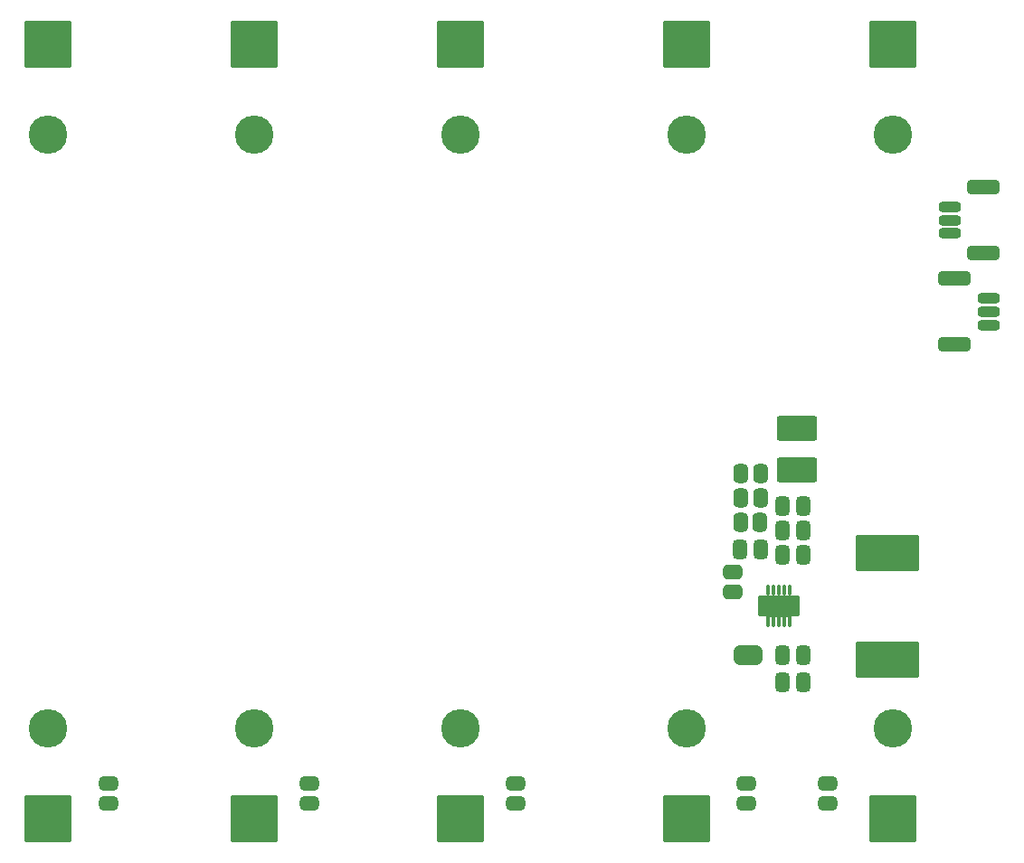
<source format=gbr>
%TF.GenerationSoftware,KiCad,Pcbnew,6.0.4-6f826c9f35~116~ubuntu20.04.1*%
%TF.CreationDate,2022-10-27T05:51:51+00:00*%
%TF.ProjectId,UST5BATT18650V01A,55535435-4241-4545-9431-383635305630,rev?*%
%TF.SameCoordinates,PX463f660PY87a6900*%
%TF.FileFunction,Soldermask,Bot*%
%TF.FilePolarity,Negative*%
%FSLAX46Y46*%
G04 Gerber Fmt 4.6, Leading zero omitted, Abs format (unit mm)*
G04 Created by KiCad (PCBNEW 6.0.4-6f826c9f35~116~ubuntu20.04.1) date 2022-10-27 05:51:51*
%MOMM*%
%LPD*%
G01*
G04 APERTURE LIST*
G04 Aperture macros list*
%AMRoundRect*
0 Rectangle with rounded corners*
0 $1 Rounding radius*
0 $2 $3 $4 $5 $6 $7 $8 $9 X,Y pos of 4 corners*
0 Add a 4 corners polygon primitive as box body*
4,1,4,$2,$3,$4,$5,$6,$7,$8,$9,$2,$3,0*
0 Add four circle primitives for the rounded corners*
1,1,$1+$1,$2,$3*
1,1,$1+$1,$4,$5*
1,1,$1+$1,$6,$7*
1,1,$1+$1,$8,$9*
0 Add four rect primitives between the rounded corners*
20,1,$1+$1,$2,$3,$4,$5,0*
20,1,$1+$1,$4,$5,$6,$7,0*
20,1,$1+$1,$6,$7,$8,$9,0*
20,1,$1+$1,$8,$9,$2,$3,0*%
%AMFreePoly0*
4,1,41,0.586777,0.930194,0.656366,0.874698,0.694986,0.794504,0.700000,0.750000,0.700000,-0.750000,0.680194,-0.836777,0.624698,-0.906366,0.544504,-0.944986,0.500000,-0.950000,0.000000,-0.950000,-0.023504,-0.944635,-0.083606,-0.943534,-0.139582,-0.934468,-0.274897,-0.892193,-0.326080,-0.867780,-0.444090,-0.789225,-0.486362,-0.751429,-0.577582,-0.642910,-0.607548,-0.594768,-0.664643,-0.465009,
-0.679893,-0.410393,-0.697476,-0.275933,-0.697084,-0.275882,-0.700000,-0.250000,-0.700000,0.250000,-0.697921,0.259109,-0.697582,0.286880,-0.675771,0.426957,-0.659192,0.481183,-0.598944,0.609508,-0.567811,0.656904,-0.473967,0.763162,-0.430783,0.799915,-0.310888,0.875563,-0.259125,0.898717,-0.122818,0.937674,-0.066635,0.945370,-0.042411,0.945222,0.000000,0.950000,0.500000,0.950000,
0.586777,0.930194,0.586777,0.930194,$1*%
%AMFreePoly1*
4,1,41,0.022678,0.944824,0.075125,0.944504,0.131210,0.936123,0.267031,0.895504,0.318507,0.871718,0.437469,0.794611,0.480202,0.757333,0.572740,0.649936,0.603290,0.602165,0.661967,0.473113,0.677883,0.418686,0.697980,0.278353,0.700000,0.250000,0.700000,-0.250000,0.699985,-0.252439,0.699836,-0.264655,0.697079,-0.295398,0.673559,-0.435199,0.656318,-0.489221,0.594506,-0.616800,
0.562797,-0.663810,0.467662,-0.768914,0.424032,-0.805137,0.303222,-0.879314,0.251181,-0.901834,0.114408,-0.939123,0.058135,-0.946132,0.037663,-0.945757,0.000000,-0.950000,-0.500000,-0.950000,-0.586777,-0.930194,-0.656366,-0.874698,-0.694986,-0.794504,-0.700000,-0.750000,-0.700000,0.750000,-0.680194,0.836777,-0.624698,0.906366,-0.544504,0.944986,-0.500000,0.950000,0.000000,0.950000,
0.022678,0.944824,0.022678,0.944824,$1*%
G04 Aperture macros list end*
%ADD10C,3.600000*%
%ADD11RoundRect,0.200000X2.000000X-2.000000X2.000000X2.000000X-2.000000X2.000000X-2.000000X-2.000000X0*%
%ADD12RoundRect,0.450000X0.250000X0.475000X-0.250000X0.475000X-0.250000X-0.475000X0.250000X-0.475000X0*%
%ADD13RoundRect,0.443750X-0.456250X0.243750X-0.456250X-0.243750X0.456250X-0.243750X0.456250X0.243750X0*%
%ADD14RoundRect,0.350000X-0.700000X0.150000X-0.700000X-0.150000X0.700000X-0.150000X0.700000X0.150000X0*%
%ADD15RoundRect,0.450000X-1.100000X0.250000X-1.100000X-0.250000X1.100000X-0.250000X1.100000X0.250000X0*%
%ADD16RoundRect,0.450000X-0.262500X-0.450000X0.262500X-0.450000X0.262500X0.450000X-0.262500X0.450000X0*%
%ADD17FreePoly0,0.000000*%
%ADD18FreePoly1,0.000000*%
%ADD19RoundRect,0.450000X-0.475000X0.250000X-0.475000X-0.250000X0.475000X-0.250000X0.475000X0.250000X0*%
%ADD20RoundRect,0.200000X-2.750000X1.500000X-2.750000X-1.500000X2.750000X-1.500000X2.750000X1.500000X0*%
%ADD21RoundRect,0.450000X0.262500X0.450000X-0.262500X0.450000X-0.262500X-0.450000X0.262500X-0.450000X0*%
%ADD22RoundRect,0.070000X0.140000X-0.140000X0.140000X0.140000X-0.140000X0.140000X-0.140000X-0.140000X0*%
%ADD23O,0.420000X0.990000*%
%ADD24RoundRect,0.200000X0.350000X-0.125000X0.350000X0.125000X-0.350000X0.125000X-0.350000X-0.125000X0*%
%ADD25RoundRect,0.200000X0.300000X-0.115000X0.300000X0.115000X-0.300000X0.115000X-0.300000X-0.115000X0*%
%ADD26C,1.000000*%
%ADD27RoundRect,0.200000X1.075000X-0.850000X1.075000X0.850000X-1.075000X0.850000X-1.075000X-0.850000X0*%
%ADD28RoundRect,0.200000X0.450000X-0.325000X0.450000X0.325000X-0.450000X0.325000X-0.450000X-0.325000X0*%
%ADD29RoundRect,0.350000X0.700000X-0.150000X0.700000X0.150000X-0.700000X0.150000X-0.700000X-0.150000X0*%
%ADD30RoundRect,0.450000X1.100000X-0.250000X1.100000X0.250000X-1.100000X0.250000X-1.100000X-0.250000X0*%
%ADD31RoundRect,0.200000X1.700000X-0.950000X1.700000X0.950000X-1.700000X0.950000X-1.700000X-0.950000X0*%
G04 APERTURE END LIST*
D10*
%TO.C,BT2*%
X10545000Y11195000D03*
X49145000Y66805000D03*
X29845000Y66805000D03*
X49145000Y11195000D03*
X10545000Y66805000D03*
X29845000Y11195000D03*
D11*
X10545000Y2750000D03*
X10545000Y75250000D03*
X29845000Y2750000D03*
X29845000Y75250000D03*
X49145000Y2750000D03*
X49145000Y75250000D03*
%TD*%
D10*
%TO.C,BT1*%
X70300000Y11190000D03*
X89600000Y11190000D03*
X89600000Y66810000D03*
X70300000Y66810000D03*
D11*
X70300000Y2700000D03*
X70300000Y75300000D03*
X89600000Y2700000D03*
X89600000Y75300000D03*
%TD*%
D12*
%TO.C,C5*%
X81214000Y27432000D03*
X79314000Y27432000D03*
%TD*%
D13*
%TO.C,F4*%
X35052000Y6017500D03*
X35052000Y4142500D03*
%TD*%
D12*
%TO.C,C2*%
X81214000Y18034000D03*
X79314000Y18034000D03*
%TD*%
D14*
%TO.C,J1*%
X94924000Y60051000D03*
X94924000Y58801000D03*
X94924000Y57551000D03*
D15*
X98124000Y61901000D03*
X98124000Y55701000D03*
%TD*%
D16*
%TO.C,R2*%
X75391000Y30480000D03*
X77216000Y30480000D03*
%TD*%
D12*
%TO.C,C4*%
X77253500Y27940000D03*
X75353500Y27940000D03*
%TD*%
D13*
%TO.C,F5*%
X54356000Y6017500D03*
X54356000Y4142500D03*
%TD*%
D16*
%TO.C,R1*%
X75414500Y35052000D03*
X77239500Y35052000D03*
%TD*%
D12*
%TO.C,C7*%
X81214000Y32004000D03*
X79314000Y32004000D03*
%TD*%
D17*
%TO.C,JP1*%
X75438000Y18034000D03*
D18*
X76738000Y18034000D03*
%TD*%
D19*
%TO.C,C3*%
X74676000Y25842000D03*
X74676000Y23942000D03*
%TD*%
D20*
%TO.C,L1*%
X89154000Y17606000D03*
X89154000Y27606000D03*
%TD*%
D12*
%TO.C,C6*%
X81214000Y29718000D03*
X79314000Y29718000D03*
%TD*%
D13*
%TO.C,F2*%
X83566000Y6017500D03*
X83566000Y4142500D03*
%TD*%
D12*
%TO.C,C1*%
X81214000Y15494000D03*
X79314000Y15494000D03*
%TD*%
D21*
%TO.C,R3*%
X77239500Y32766000D03*
X75414500Y32766000D03*
%TD*%
D22*
%TO.C,X1*%
X79978000Y20895000D03*
D23*
X79978000Y21180000D03*
D22*
X79478000Y20895000D03*
D23*
X79478000Y21180000D03*
D22*
X78978000Y20895000D03*
D23*
X78978000Y21180000D03*
X78478000Y21180000D03*
D22*
X78478000Y20895000D03*
X77978000Y20895000D03*
D23*
X77978000Y21180000D03*
X77978000Y24130000D03*
D22*
X77978000Y24415000D03*
D23*
X78478000Y24130000D03*
D22*
X78478000Y24415000D03*
D23*
X78978000Y24130000D03*
D22*
X78978000Y24415000D03*
D23*
X79478000Y24130000D03*
D22*
X79478000Y24415000D03*
X79978000Y24415000D03*
D23*
X79978000Y24130000D03*
D24*
X77553000Y22055000D03*
X77553000Y23255000D03*
D25*
X77553000Y22055000D03*
D26*
X78978000Y22655000D03*
D24*
X80403000Y22055000D03*
D27*
X78978000Y22655000D03*
D28*
X79538000Y23090000D03*
D24*
X80403000Y22855000D03*
D25*
X77553000Y22455000D03*
X80403000Y22855000D03*
D26*
X79478000Y23155000D03*
D24*
X77553000Y22855000D03*
X80403000Y23255000D03*
D26*
X78478000Y22155000D03*
D25*
X77553000Y22855000D03*
D24*
X80403000Y22455000D03*
D26*
X79478000Y22155000D03*
D28*
X78418000Y22220000D03*
D25*
X80403000Y22055000D03*
D26*
X78478000Y23155000D03*
D28*
X79538000Y22220000D03*
X78418000Y23090000D03*
D24*
X77553000Y22455000D03*
D25*
X80403000Y23255000D03*
X77553000Y23255000D03*
X80403000Y22455000D03*
%TD*%
D29*
%TO.C,J2*%
X98624000Y48990000D03*
X98624000Y50240000D03*
X98624000Y51490000D03*
D30*
X95424000Y47140000D03*
X95424000Y53340000D03*
%TD*%
D13*
%TO.C,F3*%
X16256000Y6017500D03*
X16256000Y4142500D03*
%TD*%
%TO.C,F1*%
X75946000Y6017500D03*
X75946000Y4142500D03*
%TD*%
D31*
%TO.C,F6*%
X80645000Y35388000D03*
X80645000Y39288000D03*
%TD*%
M02*

</source>
